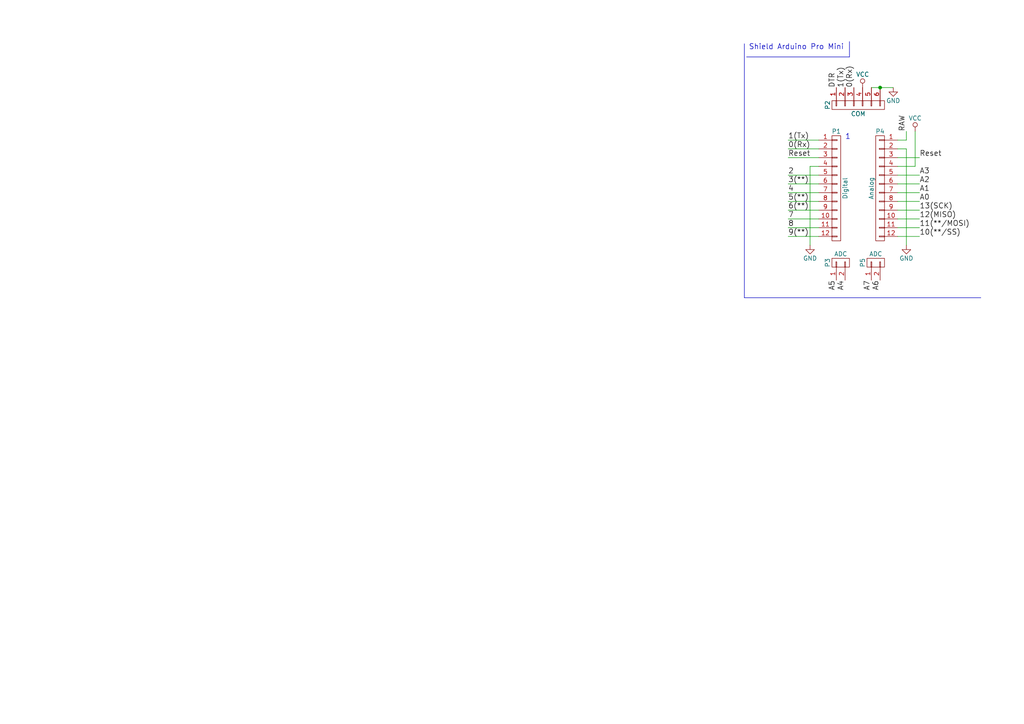
<source format=kicad_sch>
(kicad_sch (version 20230121) (generator eeschema)
  (paper "A4")
  (title_block (date "sam. 04 avril 2015"))
  (lib_symbols
    (symbol "Arduino_Pro_Mini-rescue:CONN_01X02" (pin_names (offset 1.016) hide)
      (property "Reference" "P" (at 0 3.81 0))
      (property "Value" "CONN_01X02" (at 2.54 0 90))
      (symbol "CONN_01X02_0_1"
        (rectangle (start -1.27 -1.143) (end 0.254 -1.397))
        (rectangle (start -1.27 1.397) (end 0.254 1.143))
        (rectangle (start -1.27 2.54) (end 1.27 -2.54))
      )
      (symbol "CONN_01X02_1_1"
        (pin passive line (at -5.08 1.27 0) (length 3.81) (name "P1") (number "1"))
        (pin passive line (at -5.08 -1.27 0) (length 3.81) (name "P2") (number "2"))
      )
    )
    (symbol "Arduino_Pro_Mini-rescue:CONN_01X06" (pin_names (offset 1.016) hide)
      (property "Reference" "P" (at 0 8.89 0))
      (property "Value" "CONN_01X06" (at 2.54 0 90))
      (symbol "CONN_01X06_0_1"
        (rectangle (start -1.27 -6.223) (end 0.254 -6.477))
        (rectangle (start -1.27 -3.683) (end 0.254 -3.937))
        (rectangle (start -1.27 -1.143) (end 0.254 -1.397))
        (rectangle (start -1.27 1.397) (end 0.254 1.143))
        (rectangle (start -1.27 3.937) (end 0.254 3.683))
        (rectangle (start -1.27 6.477) (end 0.254 6.223))
        (rectangle (start -1.27 7.62) (end 1.27 -7.62))
      )
      (symbol "CONN_01X06_1_1"
        (pin passive line (at -5.08 6.35 0) (length 3.81) (name "P1") (number "1"))
        (pin passive line (at -5.08 3.81 0) (length 3.81) (name "P2") (number "2"))
        (pin passive line (at -5.08 1.27 0) (length 3.81) (name "P3") (number "3"))
        (pin passive line (at -5.08 -1.27 0) (length 3.81) (name "P4") (number "4"))
        (pin passive line (at -5.08 -3.81 0) (length 3.81) (name "P5") (number "5"))
        (pin passive line (at -5.08 -6.35 0) (length 3.81) (name "P6") (number "6"))
      )
    )
    (symbol "Arduino_Pro_Mini-rescue:CONN_01X12" (pin_names (offset 1.016) hide)
      (property "Reference" "P" (at 0 16.51 0))
      (property "Value" "CONN_01X12" (at 2.54 0 90))
      (symbol "CONN_01X12_0_1"
        (rectangle (start -1.27 -15.24) (end 1.27 15.24))
        (rectangle (start -1.27 -13.843) (end 0.254 -14.097))
        (rectangle (start -1.27 -11.303) (end 0.254 -11.557))
        (rectangle (start -1.27 -8.763) (end 0.254 -9.017))
        (rectangle (start -1.27 -6.223) (end 0.254 -6.477))
        (rectangle (start -1.27 -3.683) (end 0.254 -3.937))
        (rectangle (start -1.27 -1.143) (end 0.254 -1.397))
        (rectangle (start -1.27 1.397) (end 0.254 1.143))
        (rectangle (start -1.27 3.937) (end 0.254 3.683))
        (rectangle (start -1.27 6.477) (end 0.254 6.223))
        (rectangle (start -1.27 9.017) (end 0.254 8.763))
        (rectangle (start -1.27 11.557) (end 0.254 11.303))
        (rectangle (start -1.27 14.097) (end 0.254 13.843))
      )
      (symbol "CONN_01X12_1_1"
        (pin passive line (at -5.08 13.97 0) (length 3.81) (name "P1") (number "1"))
        (pin passive line (at -5.08 -8.89 0) (length 3.81) (name "P10") (number "10"))
        (pin passive line (at -5.08 -11.43 0) (length 3.81) (name "P11") (number "11"))
        (pin passive line (at -5.08 -13.97 0) (length 3.81) (name "P12") (number "12"))
        (pin passive line (at -5.08 11.43 0) (length 3.81) (name "P2") (number "2"))
        (pin passive line (at -5.08 8.89 0) (length 3.81) (name "P3") (number "3"))
        (pin passive line (at -5.08 6.35 0) (length 3.81) (name "P4") (number "4"))
        (pin passive line (at -5.08 3.81 0) (length 3.81) (name "P5") (number "5"))
        (pin passive line (at -5.08 1.27 0) (length 3.81) (name "P6") (number "6"))
        (pin passive line (at -5.08 -1.27 0) (length 3.81) (name "P7") (number "7"))
        (pin passive line (at -5.08 -3.81 0) (length 3.81) (name "P8") (number "8"))
        (pin passive line (at -5.08 -6.35 0) (length 3.81) (name "P9") (number "9"))
      )
    )
    (symbol "Arduino_Pro_Mini-rescue:GND" (power) (pin_names (offset 0))
      (property "Value" "GND" (at 0 -3.81 0))
      (symbol "GND_0_1"
        (polyline (pts (xy 0 0) (xy 0 -1.27) (xy 1.27 -1.27) (xy 0 -2.54) (xy -1.27 -1.27) (xy 0 -1.27)))
      )
      (symbol "GND_1_1"
        (pin power_in line (at 0 0 270) (length 0) hide (name "GND") (number "1"))
      )
    )
    (symbol "Arduino_Pro_Mini-rescue:VCC" (power) (pin_names (offset 0))
      (property "Value" "VCC" (at 0 3.81 0))
      (symbol "VCC_0_1"
        (polyline (pts (xy 0 0) (xy 0 1.27)))
        (circle (center 0 1.905) (radius 0.635))
      )
      (symbol "VCC_1_1"
        (pin power_in line (at 0 0 90) (length 0) hide (name "VCC") (number "1"))
      )
    )
  )
  (junction (at 255.27 25.4))
  (wire (pts (xy 237.49 53.34) (xy 228.6 53.34)))
  (wire (pts (xy 260.35 48.26) (xy 265.43 48.26)))
  (wire (pts (xy 262.89 38.1) (xy 262.89 40.64)))
  (polyline (pts (xy 284.48 86.36) (xy 215.9 86.36)))
  (wire (pts (xy 234.95 48.26) (xy 234.95 71.12)))
  (wire (pts (xy 266.7 55.88) (xy 260.35 55.88)))
  (wire (pts (xy 237.49 66.04) (xy 228.6 66.04)))
  (wire (pts (xy 228.6 43.18) (xy 237.49 43.18)))
  (wire (pts (xy 260.35 45.72) (xy 266.7 45.72)))
  (wire (pts (xy 265.43 48.26) (xy 265.43 38.1)))
  (wire (pts (xy 237.49 55.88) (xy 228.6 55.88)))
  (wire (pts (xy 262.89 43.18) (xy 262.89 71.12)))
  (wire (pts (xy 260.35 58.42) (xy 266.7 58.42)))
  (wire (pts (xy 237.49 60.96) (xy 228.6 60.96)))
  (wire (pts (xy 266.7 66.04) (xy 260.35 66.04)))
  (wire (pts (xy 228.6 58.42) (xy 237.49 58.42)))
  (wire (pts (xy 260.35 63.5) (xy 266.7 63.5)))
  (wire (pts (xy 260.35 68.58) (xy 266.7 68.58)))
  (polyline (pts (xy 215.9 86.36) (xy 215.9 12.7)))
  (polyline (pts (xy 246.38 16.51) (xy 246.38 12.065)))
  (wire (pts (xy 237.49 68.58) (xy 228.6 68.58)))
  (wire (pts (xy 262.89 40.64) (xy 260.35 40.64)))
  (wire (pts (xy 266.7 50.8) (xy 260.35 50.8)))
  (wire (pts (xy 237.49 48.26) (xy 234.95 48.26)))
  (wire (pts (xy 237.49 45.72) (xy 228.6 45.72)))
  (wire (pts (xy 266.7 60.96) (xy 260.35 60.96)))
  (wire (pts (xy 228.6 63.5) (xy 237.49 63.5)))
  (wire (pts (xy 237.49 40.64) (xy 228.6 40.64)))
  (wire (pts (xy 228.6 50.8) (xy 237.49 50.8)))
  (wire (pts (xy 260.35 43.18) (xy 262.89 43.18)))
  (wire (pts (xy 260.35 53.34) (xy 266.7 53.34)))
  (wire (pts (xy 252.73 25.4) (xy 255.27 25.4)))
  (polyline (pts (xy 216.535 16.51) (xy 246.38 16.51)))
  (wire (pts (xy 255.27 25.4) (xy 259.08 25.4)))
  (text "1" (at 245.11 40.64 0) (effects (font (size 1.524 1.524)) (justify left bottom)))
  (text "Shield Arduino Pro Mini \n" (at 217.17 14.605 0) (effects (font (size 1.524 1.524)) (justify left bottom)))
  (label "A2" (at 266.7 53.34 0) (effects (font (size 1.524 1.524))))
  (label "6(**)" (at 228.6 60.96 0) (effects (font (size 1.524 1.524))))
  (label "A7" (at 252.73 81.28 270) (effects (font (size 1.524 1.524))))
  (label "2" (at 228.6 50.8 0) (effects (font (size 1.524 1.524))))
  (label "1(Tx)" (at 245.11 25.4 90) (effects (font (size 1.524 1.524))))
  (label "A6" (at 255.27 81.28 270) (effects (font (size 1.524 1.524))))
  (label "13(SCK)" (at 266.7 60.96 0) (effects (font (size 1.524 1.524))))
  (label "A0" (at 266.7 58.42 0) (effects (font (size 1.524 1.524))))
  (label "DTR" (at 242.57 25.4 90) (effects (font (size 1.524 1.524))))
  (label "Reset" (at 228.6 45.72 0) (effects (font (size 1.524 1.524))))
  (label "0(Rx)" (at 247.65 25.4 90) (effects (font (size 1.524 1.524))))
  (label "A5" (at 242.57 81.28 270) (effects (font (size 1.524 1.524))))
  (label "5(**)" (at 228.6 58.42 0) (effects (font (size 1.524 1.524))))
  (label "7" (at 228.6 63.5 0) (effects (font (size 1.524 1.524))))
  (label "4" (at 228.6 55.88 0) (effects (font (size 1.524 1.524))))
  (label "11(**/MOSI)" (at 266.7 66.04 0) (effects (font (size 1.524 1.524))))
  (label "1(Tx)" (at 228.6 40.64 0) (effects (font (size 1.524 1.524))))
  (label "3(**)" (at 228.6 53.34 0) (effects (font (size 1.524 1.524))))
  (label "10(**/SS)" (at 266.7 68.58 0) (effects (font (size 1.524 1.524))))
  (label "A3" (at 266.7 50.8 0) (effects (font (size 1.524 1.524))))
  (label "9(**)" (at 228.6 68.58 0) (effects (font (size 1.524 1.524))))
  (label "RAW" (at 262.89 38.1 90) (effects (font (size 1.524 1.524))))
  (label "0(Rx)" (at 228.6 43.18 0) (effects (font (size 1.524 1.524))))
  (label "12(MISO)" (at 266.7 63.5 0) (effects (font (size 1.524 1.524))))
  (label "Reset" (at 266.7 45.72 0) (effects (font (size 1.524 1.524))))
  (label "8" (at 228.6 66.04 0) (effects (font (size 1.524 1.524))))
  (label "A1" (at 266.7 55.88 0) (effects (font (size 1.524 1.524))))
  (label "A4" (at 245.11 81.28 270) (effects (font (size 1.524 1.524))))
  (symbol (lib_id "Arduino_Pro_Mini-rescue:CONN_01X02") (at 243.84 76.2 90) (unit 1)
    (property "Reference" "P3" (at 240.03 76.2 0))
    (property "Value" "ADC" (at 243.84 73.66 90))
    (property "Footprint" "Socket_Arduino_Pro_Mini:Socket_Strip_Arduino_1x02" (effects hide))
  )
  (symbol (lib_id "Arduino_Pro_Mini-rescue:CONN_01X02") (at 254 76.2 90) (unit 1)
    (property "Reference" "P5" (at 250.19 76.2 0))
    (property "Value" "ADC" (at 254 73.66 90))
    (property "Footprint" "Socket_Arduino_Pro_Mini:Socket_Strip_Arduino_1x02" (effects hide))
  )
  (symbol (lib_id "Arduino_Pro_Mini-rescue:CONN_01X06") (at 248.92 30.48 90) (mirror x) (unit 1)
    (property "Reference" "P2" (at 240.03 30.48 0))
    (property "Value" "COM" (at 248.92 33.02 90))
    (property "Footprint" "Socket_Arduino_Pro_Mini:Socket_Strip_Arduino_1x06" (effects hide))
  )
  (symbol (lib_id "Arduino_Pro_Mini-rescue:GND") (at 259.08 25.4 0) (unit 1)
    (property "Reference" "#PWR01" (effects hide))
    (property "Value" "GND" (at 259.08 29.21 0))
  )
  (symbol (lib_id "Arduino_Pro_Mini-rescue:VCC") (at 250.19 25.4 0) (unit 1)
    (property "Reference" "#PWR02" (effects hide))
    (property "Value" "VCC" (at 250.19 21.59 0))
  )
  (symbol (lib_id "Arduino_Pro_Mini-rescue:CONN_01X12") (at 242.57 54.61 0) (unit 1)
    (property "Reference" "P1" (at 242.57 38.1 0))
    (property "Value" "Digital" (at 245.11 54.61 90))
    (property "Footprint" "Socket_Arduino_Pro_Mini:Socket_Strip_Arduino_1x12" (effects hide))
  )
  (symbol (lib_id "Arduino_Pro_Mini-rescue:CONN_01X12") (at 255.27 54.61 0) (mirror y) (unit 1)
    (property "Reference" "P4" (at 255.27 38.1 0))
    (property "Value" "Analog" (at 252.73 54.61 90))
    (property "Footprint" "Socket_Arduino_Pro_Mini:Socket_Strip_Arduino_1x12" (effects hide))
  )
  (symbol (lib_id "Arduino_Pro_Mini-rescue:GND") (at 234.95 71.12 0) (unit 1)
    (property "Reference" "#PWR03" (effects hide))
    (property "Value" "GND" (at 234.95 74.93 0))
  )
  (symbol (lib_id "Arduino_Pro_Mini-rescue:GND") (at 262.89 71.12 0) (unit 1)
    (property "Reference" "#PWR04" (effects hide))
    (property "Value" "GND" (at 262.89 74.93 0))
  )
  (symbol (lib_id "Arduino_Pro_Mini-rescue:VCC") (at 265.43 38.1 0) (unit 1)
    (property "Reference" "#PWR05" (effects hide))
    (property "Value" "VCC" (at 265.43 34.29 0))
  )
)
</source>
